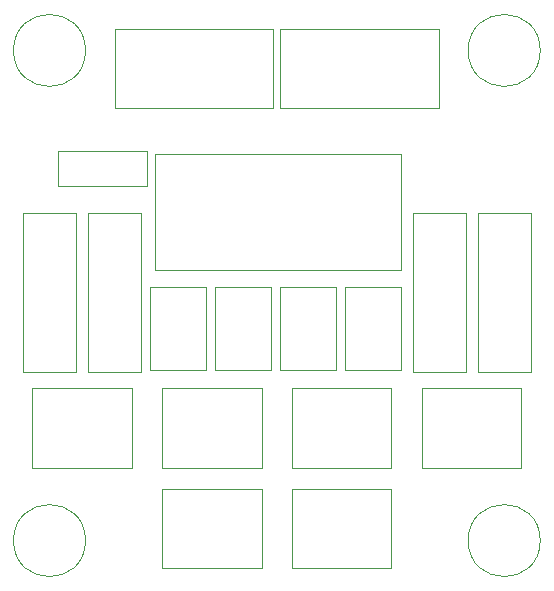
<source format=gbr>
G04 #@! TF.GenerationSoftware,KiCad,Pcbnew,(5.1.7)-1*
G04 #@! TF.CreationDate,2020-12-10T17:59:25+02:00*
G04 #@! TF.ProjectId,4_switch_array,345f7377-6974-4636-985f-61727261792e,rev?*
G04 #@! TF.SameCoordinates,Original*
G04 #@! TF.FileFunction,Other,User*
%FSLAX46Y46*%
G04 Gerber Fmt 4.6, Leading zero omitted, Abs format (unit mm)*
G04 Created by KiCad (PCBNEW (5.1.7)-1) date 2020-12-10 17:59:25*
%MOMM*%
%LPD*%
G01*
G04 APERTURE LIST*
%ADD10C,0.050000*%
G04 APERTURE END LIST*
D10*
X156450000Y-80850000D02*
X156450000Y-74100000D01*
X156450000Y-74100000D02*
X148050000Y-74100000D01*
X148050000Y-74100000D02*
X148050000Y-80850000D01*
X148050000Y-80850000D02*
X156450000Y-80850000D01*
X136450000Y-45800000D02*
X136450000Y-55600000D01*
X157300000Y-45800000D02*
X136450000Y-45800000D01*
X157300000Y-55600000D02*
X157300000Y-45800000D01*
X136450000Y-55600000D02*
X157300000Y-55600000D01*
X167450000Y-72350000D02*
X167450000Y-65600000D01*
X167450000Y-65600000D02*
X159050000Y-65600000D01*
X159050000Y-65600000D02*
X159050000Y-72350000D01*
X159050000Y-72350000D02*
X167450000Y-72350000D01*
X128250000Y-48500000D02*
X135750000Y-48500000D01*
X128250000Y-45500000D02*
X128250000Y-48500000D01*
X135750000Y-45500000D02*
X128250000Y-45500000D01*
X135750000Y-48500000D02*
X135750000Y-45500000D01*
X169050000Y-37000000D02*
G75*
G03*
X169050000Y-37000000I-3050000J0D01*
G01*
X169050000Y-78500000D02*
G75*
G03*
X169050000Y-78500000I-3050000J0D01*
G01*
X130550000Y-78500000D02*
G75*
G03*
X130550000Y-78500000I-3050000J0D01*
G01*
X130550000Y-37000000D02*
G75*
G03*
X130550000Y-37000000I-3050000J0D01*
G01*
X129750000Y-50750000D02*
X125250000Y-50750000D01*
X125250000Y-50750000D02*
X125250000Y-64250000D01*
X125250000Y-64250000D02*
X129750000Y-64250000D01*
X129750000Y-64250000D02*
X129750000Y-50750000D01*
X162750000Y-50750000D02*
X158250000Y-50750000D01*
X158250000Y-50750000D02*
X158250000Y-64250000D01*
X158250000Y-64250000D02*
X162750000Y-64250000D01*
X162750000Y-64250000D02*
X162750000Y-50750000D01*
X135250000Y-50750000D02*
X130750000Y-50750000D01*
X130750000Y-50750000D02*
X130750000Y-64250000D01*
X130750000Y-64250000D02*
X135250000Y-64250000D01*
X135250000Y-64250000D02*
X135250000Y-50750000D01*
X168250000Y-50750000D02*
X163750000Y-50750000D01*
X163750000Y-50750000D02*
X163750000Y-64250000D01*
X163750000Y-64250000D02*
X168250000Y-64250000D01*
X168250000Y-64250000D02*
X168250000Y-50750000D01*
X146230000Y-56990000D02*
X146230000Y-64090000D01*
X146230000Y-56990000D02*
X141490000Y-56990000D01*
X141490000Y-64090000D02*
X146230000Y-64090000D01*
X141490000Y-64090000D02*
X141490000Y-56990000D01*
X157230000Y-56990000D02*
X157230000Y-64090000D01*
X157230000Y-56990000D02*
X152490000Y-56990000D01*
X152490000Y-64090000D02*
X157230000Y-64090000D01*
X152490000Y-64090000D02*
X152490000Y-56990000D01*
X140730000Y-56990000D02*
X140730000Y-64090000D01*
X140730000Y-56990000D02*
X135990000Y-56990000D01*
X135990000Y-64090000D02*
X140730000Y-64090000D01*
X135990000Y-64090000D02*
X135990000Y-56990000D01*
X151730000Y-56990000D02*
X151730000Y-64090000D01*
X151730000Y-56990000D02*
X146990000Y-56990000D01*
X146990000Y-64090000D02*
X151730000Y-64090000D01*
X146990000Y-64090000D02*
X146990000Y-56990000D01*
X137050000Y-80850000D02*
X145450000Y-80850000D01*
X137050000Y-74100000D02*
X137050000Y-80850000D01*
X145450000Y-74100000D02*
X137050000Y-74100000D01*
X145450000Y-80850000D02*
X145450000Y-74100000D01*
X145450000Y-72350000D02*
X145450000Y-65600000D01*
X145450000Y-65600000D02*
X137050000Y-65600000D01*
X137050000Y-65600000D02*
X137050000Y-72350000D01*
X137050000Y-72350000D02*
X145450000Y-72350000D01*
X156450000Y-72350000D02*
X156450000Y-65600000D01*
X156450000Y-65600000D02*
X148050000Y-65600000D01*
X148050000Y-65600000D02*
X148050000Y-72350000D01*
X148050000Y-72350000D02*
X156450000Y-72350000D01*
X134450000Y-72350000D02*
X134450000Y-65600000D01*
X134450000Y-65600000D02*
X126050000Y-65600000D01*
X126050000Y-65600000D02*
X126050000Y-72350000D01*
X126050000Y-72350000D02*
X134450000Y-72350000D01*
X160450000Y-35150000D02*
X147050000Y-35150000D01*
X160450000Y-41900000D02*
X160450000Y-35150000D01*
X147050000Y-41900000D02*
X160450000Y-41900000D01*
X147050000Y-35150000D02*
X147050000Y-41900000D01*
X146450000Y-35150000D02*
X133050000Y-35150000D01*
X146450000Y-41900000D02*
X146450000Y-35150000D01*
X133050000Y-41900000D02*
X146450000Y-41900000D01*
X133050000Y-35150000D02*
X133050000Y-41900000D01*
M02*

</source>
